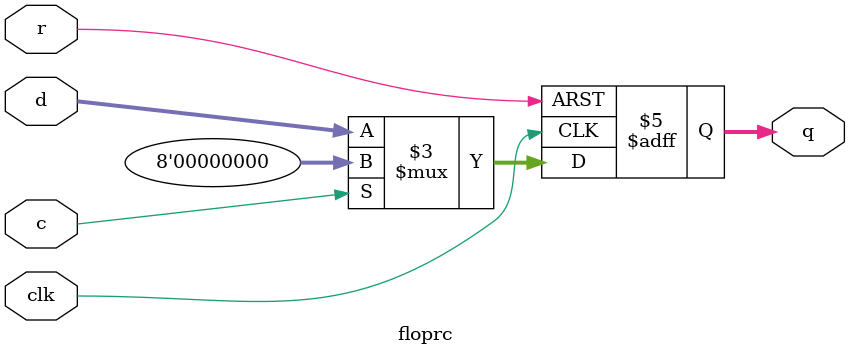
<source format=sv>
module floprc #(parameter WIDTH = 8) 
 (input logic clk, r, c, 
 input logic [WIDTH-1:0] d, 
 output logic [WIDTH-1:0] q); 
 always_ff @(posedge clk, posedge r) 
 if (r) q <= 0; 
 else 
 if (c) q <= 0; 
 else q <= d; 
endmodule

</source>
